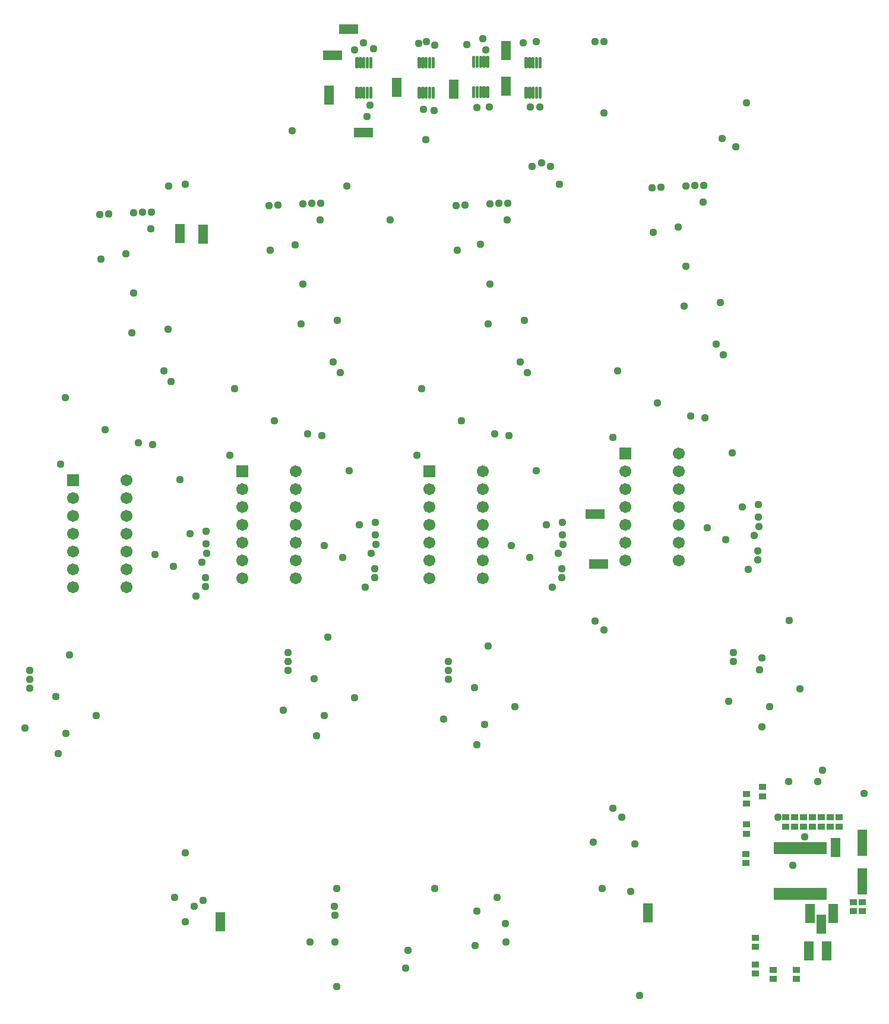
<source format=gbr>
G04 EAGLE Gerber RS-274X export*
G75*
%MOMM*%
%FSLAX34Y34*%
%LPD*%
%INSoldermask Bottom*%
%IPPOS*%
%AMOC8*
5,1,8,0,0,1.08239X$1,22.5*%
G01*
%ADD10R,1.473200X2.743200*%
%ADD11R,1.701800X1.701800*%
%ADD12C,1.701800*%
%ADD13C,0.275422*%
%ADD14R,2.743200X1.473200*%
%ADD15R,1.103200X0.903200*%
%ADD16R,0.503200X1.703200*%
%ADD17R,1.403200X3.703200*%
%ADD18C,1.117600*%


D10*
X151130Y600710D03*
X760730Y613410D03*
D11*
X-58420Y1229360D03*
D12*
X-58420Y1203960D03*
X-58420Y1178560D03*
X-58420Y1153160D03*
X-58420Y1127760D03*
X-58420Y1102360D03*
X-58420Y1076960D03*
X17780Y1076960D03*
X17780Y1102360D03*
X17780Y1127760D03*
X17780Y1153160D03*
X17780Y1178560D03*
X17780Y1203960D03*
X17780Y1229360D03*
D11*
X182880Y1242060D03*
D12*
X182880Y1216660D03*
X182880Y1191260D03*
X182880Y1165860D03*
X182880Y1140460D03*
X182880Y1115060D03*
X182880Y1089660D03*
X259080Y1089660D03*
X259080Y1115060D03*
X259080Y1140460D03*
X259080Y1165860D03*
X259080Y1191260D03*
X259080Y1216660D03*
X259080Y1242060D03*
D11*
X449580Y1242060D03*
D12*
X449580Y1216660D03*
X449580Y1191260D03*
X449580Y1165860D03*
X449580Y1140460D03*
X449580Y1115060D03*
X449580Y1089660D03*
X525780Y1089660D03*
X525780Y1115060D03*
X525780Y1140460D03*
X525780Y1165860D03*
X525780Y1191260D03*
X525780Y1216660D03*
X525780Y1242060D03*
D11*
X728980Y1267460D03*
D12*
X728980Y1242060D03*
X728980Y1216660D03*
X728980Y1191260D03*
X728980Y1165860D03*
X728980Y1140460D03*
X728980Y1115060D03*
X805180Y1115060D03*
X805180Y1140460D03*
X805180Y1165860D03*
X805180Y1191260D03*
X805180Y1216660D03*
X805180Y1242060D03*
X805180Y1267460D03*
D13*
X344561Y1817911D02*
X344561Y1831889D01*
X346639Y1831889D01*
X346639Y1817911D01*
X344561Y1817911D01*
X344561Y1820527D02*
X346639Y1820527D01*
X346639Y1823143D02*
X344561Y1823143D01*
X344561Y1825759D02*
X346639Y1825759D01*
X346639Y1828375D02*
X344561Y1828375D01*
X344561Y1830991D02*
X346639Y1830991D01*
X349561Y1831889D02*
X349561Y1817911D01*
X349561Y1831889D02*
X351639Y1831889D01*
X351639Y1817911D01*
X349561Y1817911D01*
X349561Y1820527D02*
X351639Y1820527D01*
X351639Y1823143D02*
X349561Y1823143D01*
X349561Y1825759D02*
X351639Y1825759D01*
X351639Y1828375D02*
X349561Y1828375D01*
X349561Y1830991D02*
X351639Y1830991D01*
X354561Y1831889D02*
X354561Y1817911D01*
X354561Y1831889D02*
X356639Y1831889D01*
X356639Y1817911D01*
X354561Y1817911D01*
X354561Y1820527D02*
X356639Y1820527D01*
X356639Y1823143D02*
X354561Y1823143D01*
X354561Y1825759D02*
X356639Y1825759D01*
X356639Y1828375D02*
X354561Y1828375D01*
X354561Y1830991D02*
X356639Y1830991D01*
X359561Y1831889D02*
X359561Y1817911D01*
X359561Y1831889D02*
X361639Y1831889D01*
X361639Y1817911D01*
X359561Y1817911D01*
X359561Y1820527D02*
X361639Y1820527D01*
X361639Y1823143D02*
X359561Y1823143D01*
X359561Y1825759D02*
X361639Y1825759D01*
X361639Y1828375D02*
X359561Y1828375D01*
X359561Y1830991D02*
X361639Y1830991D01*
X364561Y1831889D02*
X364561Y1817911D01*
X364561Y1831889D02*
X366639Y1831889D01*
X366639Y1817911D01*
X364561Y1817911D01*
X364561Y1820527D02*
X366639Y1820527D01*
X366639Y1823143D02*
X364561Y1823143D01*
X364561Y1825759D02*
X366639Y1825759D01*
X366639Y1828375D02*
X364561Y1828375D01*
X364561Y1830991D02*
X366639Y1830991D01*
X364561Y1788889D02*
X364561Y1774911D01*
X364561Y1788889D02*
X366639Y1788889D01*
X366639Y1774911D01*
X364561Y1774911D01*
X364561Y1777527D02*
X366639Y1777527D01*
X366639Y1780143D02*
X364561Y1780143D01*
X364561Y1782759D02*
X366639Y1782759D01*
X366639Y1785375D02*
X364561Y1785375D01*
X364561Y1787991D02*
X366639Y1787991D01*
X359561Y1788889D02*
X359561Y1774911D01*
X359561Y1788889D02*
X361639Y1788889D01*
X361639Y1774911D01*
X359561Y1774911D01*
X359561Y1777527D02*
X361639Y1777527D01*
X361639Y1780143D02*
X359561Y1780143D01*
X359561Y1782759D02*
X361639Y1782759D01*
X361639Y1785375D02*
X359561Y1785375D01*
X359561Y1787991D02*
X361639Y1787991D01*
X354561Y1788889D02*
X354561Y1774911D01*
X354561Y1788889D02*
X356639Y1788889D01*
X356639Y1774911D01*
X354561Y1774911D01*
X354561Y1777527D02*
X356639Y1777527D01*
X356639Y1780143D02*
X354561Y1780143D01*
X354561Y1782759D02*
X356639Y1782759D01*
X356639Y1785375D02*
X354561Y1785375D01*
X354561Y1787991D02*
X356639Y1787991D01*
X349561Y1788889D02*
X349561Y1774911D01*
X349561Y1788889D02*
X351639Y1788889D01*
X351639Y1774911D01*
X349561Y1774911D01*
X349561Y1777527D02*
X351639Y1777527D01*
X351639Y1780143D02*
X349561Y1780143D01*
X349561Y1782759D02*
X351639Y1782759D01*
X351639Y1785375D02*
X349561Y1785375D01*
X349561Y1787991D02*
X351639Y1787991D01*
X344561Y1788889D02*
X344561Y1774911D01*
X344561Y1788889D02*
X346639Y1788889D01*
X346639Y1774911D01*
X344561Y1774911D01*
X344561Y1777527D02*
X346639Y1777527D01*
X346639Y1780143D02*
X344561Y1780143D01*
X344561Y1782759D02*
X346639Y1782759D01*
X346639Y1785375D02*
X344561Y1785375D01*
X344561Y1787991D02*
X346639Y1787991D01*
X433461Y1817911D02*
X433461Y1831889D01*
X435539Y1831889D01*
X435539Y1817911D01*
X433461Y1817911D01*
X433461Y1820527D02*
X435539Y1820527D01*
X435539Y1823143D02*
X433461Y1823143D01*
X433461Y1825759D02*
X435539Y1825759D01*
X435539Y1828375D02*
X433461Y1828375D01*
X433461Y1830991D02*
X435539Y1830991D01*
X438461Y1831889D02*
X438461Y1817911D01*
X438461Y1831889D02*
X440539Y1831889D01*
X440539Y1817911D01*
X438461Y1817911D01*
X438461Y1820527D02*
X440539Y1820527D01*
X440539Y1823143D02*
X438461Y1823143D01*
X438461Y1825759D02*
X440539Y1825759D01*
X440539Y1828375D02*
X438461Y1828375D01*
X438461Y1830991D02*
X440539Y1830991D01*
X443461Y1831889D02*
X443461Y1817911D01*
X443461Y1831889D02*
X445539Y1831889D01*
X445539Y1817911D01*
X443461Y1817911D01*
X443461Y1820527D02*
X445539Y1820527D01*
X445539Y1823143D02*
X443461Y1823143D01*
X443461Y1825759D02*
X445539Y1825759D01*
X445539Y1828375D02*
X443461Y1828375D01*
X443461Y1830991D02*
X445539Y1830991D01*
X448461Y1831889D02*
X448461Y1817911D01*
X448461Y1831889D02*
X450539Y1831889D01*
X450539Y1817911D01*
X448461Y1817911D01*
X448461Y1820527D02*
X450539Y1820527D01*
X450539Y1823143D02*
X448461Y1823143D01*
X448461Y1825759D02*
X450539Y1825759D01*
X450539Y1828375D02*
X448461Y1828375D01*
X448461Y1830991D02*
X450539Y1830991D01*
X453461Y1831889D02*
X453461Y1817911D01*
X453461Y1831889D02*
X455539Y1831889D01*
X455539Y1817911D01*
X453461Y1817911D01*
X453461Y1820527D02*
X455539Y1820527D01*
X455539Y1823143D02*
X453461Y1823143D01*
X453461Y1825759D02*
X455539Y1825759D01*
X455539Y1828375D02*
X453461Y1828375D01*
X453461Y1830991D02*
X455539Y1830991D01*
X453461Y1788889D02*
X453461Y1774911D01*
X453461Y1788889D02*
X455539Y1788889D01*
X455539Y1774911D01*
X453461Y1774911D01*
X453461Y1777527D02*
X455539Y1777527D01*
X455539Y1780143D02*
X453461Y1780143D01*
X453461Y1782759D02*
X455539Y1782759D01*
X455539Y1785375D02*
X453461Y1785375D01*
X453461Y1787991D02*
X455539Y1787991D01*
X448461Y1788889D02*
X448461Y1774911D01*
X448461Y1788889D02*
X450539Y1788889D01*
X450539Y1774911D01*
X448461Y1774911D01*
X448461Y1777527D02*
X450539Y1777527D01*
X450539Y1780143D02*
X448461Y1780143D01*
X448461Y1782759D02*
X450539Y1782759D01*
X450539Y1785375D02*
X448461Y1785375D01*
X448461Y1787991D02*
X450539Y1787991D01*
X443461Y1788889D02*
X443461Y1774911D01*
X443461Y1788889D02*
X445539Y1788889D01*
X445539Y1774911D01*
X443461Y1774911D01*
X443461Y1777527D02*
X445539Y1777527D01*
X445539Y1780143D02*
X443461Y1780143D01*
X443461Y1782759D02*
X445539Y1782759D01*
X445539Y1785375D02*
X443461Y1785375D01*
X443461Y1787991D02*
X445539Y1787991D01*
X438461Y1788889D02*
X438461Y1774911D01*
X438461Y1788889D02*
X440539Y1788889D01*
X440539Y1774911D01*
X438461Y1774911D01*
X438461Y1777527D02*
X440539Y1777527D01*
X440539Y1780143D02*
X438461Y1780143D01*
X438461Y1782759D02*
X440539Y1782759D01*
X440539Y1785375D02*
X438461Y1785375D01*
X438461Y1787991D02*
X440539Y1787991D01*
X433461Y1788889D02*
X433461Y1774911D01*
X433461Y1788889D02*
X435539Y1788889D01*
X435539Y1774911D01*
X433461Y1774911D01*
X433461Y1777527D02*
X435539Y1777527D01*
X435539Y1780143D02*
X433461Y1780143D01*
X433461Y1782759D02*
X435539Y1782759D01*
X435539Y1785375D02*
X433461Y1785375D01*
X433461Y1787991D02*
X435539Y1787991D01*
X510931Y1819181D02*
X510931Y1833159D01*
X513009Y1833159D01*
X513009Y1819181D01*
X510931Y1819181D01*
X510931Y1821797D02*
X513009Y1821797D01*
X513009Y1824413D02*
X510931Y1824413D01*
X510931Y1827029D02*
X513009Y1827029D01*
X513009Y1829645D02*
X510931Y1829645D01*
X510931Y1832261D02*
X513009Y1832261D01*
X515931Y1833159D02*
X515931Y1819181D01*
X515931Y1833159D02*
X518009Y1833159D01*
X518009Y1819181D01*
X515931Y1819181D01*
X515931Y1821797D02*
X518009Y1821797D01*
X518009Y1824413D02*
X515931Y1824413D01*
X515931Y1827029D02*
X518009Y1827029D01*
X518009Y1829645D02*
X515931Y1829645D01*
X515931Y1832261D02*
X518009Y1832261D01*
X520931Y1833159D02*
X520931Y1819181D01*
X520931Y1833159D02*
X523009Y1833159D01*
X523009Y1819181D01*
X520931Y1819181D01*
X520931Y1821797D02*
X523009Y1821797D01*
X523009Y1824413D02*
X520931Y1824413D01*
X520931Y1827029D02*
X523009Y1827029D01*
X523009Y1829645D02*
X520931Y1829645D01*
X520931Y1832261D02*
X523009Y1832261D01*
X525931Y1833159D02*
X525931Y1819181D01*
X525931Y1833159D02*
X528009Y1833159D01*
X528009Y1819181D01*
X525931Y1819181D01*
X525931Y1821797D02*
X528009Y1821797D01*
X528009Y1824413D02*
X525931Y1824413D01*
X525931Y1827029D02*
X528009Y1827029D01*
X528009Y1829645D02*
X525931Y1829645D01*
X525931Y1832261D02*
X528009Y1832261D01*
X530931Y1833159D02*
X530931Y1819181D01*
X530931Y1833159D02*
X533009Y1833159D01*
X533009Y1819181D01*
X530931Y1819181D01*
X530931Y1821797D02*
X533009Y1821797D01*
X533009Y1824413D02*
X530931Y1824413D01*
X530931Y1827029D02*
X533009Y1827029D01*
X533009Y1829645D02*
X530931Y1829645D01*
X530931Y1832261D02*
X533009Y1832261D01*
X530931Y1790159D02*
X530931Y1776181D01*
X530931Y1790159D02*
X533009Y1790159D01*
X533009Y1776181D01*
X530931Y1776181D01*
X530931Y1778797D02*
X533009Y1778797D01*
X533009Y1781413D02*
X530931Y1781413D01*
X530931Y1784029D02*
X533009Y1784029D01*
X533009Y1786645D02*
X530931Y1786645D01*
X530931Y1789261D02*
X533009Y1789261D01*
X525931Y1790159D02*
X525931Y1776181D01*
X525931Y1790159D02*
X528009Y1790159D01*
X528009Y1776181D01*
X525931Y1776181D01*
X525931Y1778797D02*
X528009Y1778797D01*
X528009Y1781413D02*
X525931Y1781413D01*
X525931Y1784029D02*
X528009Y1784029D01*
X528009Y1786645D02*
X525931Y1786645D01*
X525931Y1789261D02*
X528009Y1789261D01*
X520931Y1790159D02*
X520931Y1776181D01*
X520931Y1790159D02*
X523009Y1790159D01*
X523009Y1776181D01*
X520931Y1776181D01*
X520931Y1778797D02*
X523009Y1778797D01*
X523009Y1781413D02*
X520931Y1781413D01*
X520931Y1784029D02*
X523009Y1784029D01*
X523009Y1786645D02*
X520931Y1786645D01*
X520931Y1789261D02*
X523009Y1789261D01*
X515931Y1790159D02*
X515931Y1776181D01*
X515931Y1790159D02*
X518009Y1790159D01*
X518009Y1776181D01*
X515931Y1776181D01*
X515931Y1778797D02*
X518009Y1778797D01*
X518009Y1781413D02*
X515931Y1781413D01*
X515931Y1784029D02*
X518009Y1784029D01*
X518009Y1786645D02*
X515931Y1786645D01*
X515931Y1789261D02*
X518009Y1789261D01*
X510931Y1790159D02*
X510931Y1776181D01*
X510931Y1790159D02*
X513009Y1790159D01*
X513009Y1776181D01*
X510931Y1776181D01*
X510931Y1778797D02*
X513009Y1778797D01*
X513009Y1781413D02*
X510931Y1781413D01*
X510931Y1784029D02*
X513009Y1784029D01*
X513009Y1786645D02*
X510931Y1786645D01*
X510931Y1789261D02*
X513009Y1789261D01*
D14*
X334010Y1871980D03*
X355600Y1724660D03*
D10*
X306070Y1778000D03*
X483870Y1786890D03*
X402590Y1789430D03*
X93980Y1581150D03*
X127000Y1579880D03*
D14*
X690880Y1109980D03*
X685800Y1181100D03*
X311150Y1835150D03*
D10*
X558800Y1841500D03*
D13*
X585861Y1831889D02*
X585861Y1817911D01*
X585861Y1831889D02*
X587939Y1831889D01*
X587939Y1817911D01*
X585861Y1817911D01*
X585861Y1820527D02*
X587939Y1820527D01*
X587939Y1823143D02*
X585861Y1823143D01*
X585861Y1825759D02*
X587939Y1825759D01*
X587939Y1828375D02*
X585861Y1828375D01*
X585861Y1830991D02*
X587939Y1830991D01*
X590861Y1831889D02*
X590861Y1817911D01*
X590861Y1831889D02*
X592939Y1831889D01*
X592939Y1817911D01*
X590861Y1817911D01*
X590861Y1820527D02*
X592939Y1820527D01*
X592939Y1823143D02*
X590861Y1823143D01*
X590861Y1825759D02*
X592939Y1825759D01*
X592939Y1828375D02*
X590861Y1828375D01*
X590861Y1830991D02*
X592939Y1830991D01*
X595861Y1831889D02*
X595861Y1817911D01*
X595861Y1831889D02*
X597939Y1831889D01*
X597939Y1817911D01*
X595861Y1817911D01*
X595861Y1820527D02*
X597939Y1820527D01*
X597939Y1823143D02*
X595861Y1823143D01*
X595861Y1825759D02*
X597939Y1825759D01*
X597939Y1828375D02*
X595861Y1828375D01*
X595861Y1830991D02*
X597939Y1830991D01*
X600861Y1831889D02*
X600861Y1817911D01*
X600861Y1831889D02*
X602939Y1831889D01*
X602939Y1817911D01*
X600861Y1817911D01*
X600861Y1820527D02*
X602939Y1820527D01*
X602939Y1823143D02*
X600861Y1823143D01*
X600861Y1825759D02*
X602939Y1825759D01*
X602939Y1828375D02*
X600861Y1828375D01*
X600861Y1830991D02*
X602939Y1830991D01*
X605861Y1831889D02*
X605861Y1817911D01*
X605861Y1831889D02*
X607939Y1831889D01*
X607939Y1817911D01*
X605861Y1817911D01*
X605861Y1820527D02*
X607939Y1820527D01*
X607939Y1823143D02*
X605861Y1823143D01*
X605861Y1825759D02*
X607939Y1825759D01*
X607939Y1828375D02*
X605861Y1828375D01*
X605861Y1830991D02*
X607939Y1830991D01*
X605861Y1788889D02*
X605861Y1774911D01*
X605861Y1788889D02*
X607939Y1788889D01*
X607939Y1774911D01*
X605861Y1774911D01*
X605861Y1777527D02*
X607939Y1777527D01*
X607939Y1780143D02*
X605861Y1780143D01*
X605861Y1782759D02*
X607939Y1782759D01*
X607939Y1785375D02*
X605861Y1785375D01*
X605861Y1787991D02*
X607939Y1787991D01*
X600861Y1788889D02*
X600861Y1774911D01*
X600861Y1788889D02*
X602939Y1788889D01*
X602939Y1774911D01*
X600861Y1774911D01*
X600861Y1777527D02*
X602939Y1777527D01*
X602939Y1780143D02*
X600861Y1780143D01*
X600861Y1782759D02*
X602939Y1782759D01*
X602939Y1785375D02*
X600861Y1785375D01*
X600861Y1787991D02*
X602939Y1787991D01*
X595861Y1788889D02*
X595861Y1774911D01*
X595861Y1788889D02*
X597939Y1788889D01*
X597939Y1774911D01*
X595861Y1774911D01*
X595861Y1777527D02*
X597939Y1777527D01*
X597939Y1780143D02*
X595861Y1780143D01*
X595861Y1782759D02*
X597939Y1782759D01*
X597939Y1785375D02*
X595861Y1785375D01*
X595861Y1787991D02*
X597939Y1787991D01*
X590861Y1788889D02*
X590861Y1774911D01*
X590861Y1788889D02*
X592939Y1788889D01*
X592939Y1774911D01*
X590861Y1774911D01*
X590861Y1777527D02*
X592939Y1777527D01*
X592939Y1780143D02*
X590861Y1780143D01*
X590861Y1782759D02*
X592939Y1782759D01*
X592939Y1785375D02*
X590861Y1785375D01*
X590861Y1787991D02*
X592939Y1787991D01*
X585861Y1788889D02*
X585861Y1774911D01*
X585861Y1788889D02*
X587939Y1788889D01*
X587939Y1774911D01*
X585861Y1774911D01*
X585861Y1777527D02*
X587939Y1777527D01*
X587939Y1780143D02*
X585861Y1780143D01*
X585861Y1782759D02*
X587939Y1782759D01*
X587939Y1785375D02*
X585861Y1785375D01*
X585861Y1787991D02*
X587939Y1787991D01*
D10*
X558800Y1790700D03*
D15*
X1021080Y736450D03*
X1021080Y749450D03*
X1033780Y736450D03*
X1033780Y749450D03*
X970280Y736450D03*
X970280Y749450D03*
X982980Y736450D03*
X982980Y749450D03*
X957580Y736450D03*
X957580Y749450D03*
X995680Y736450D03*
X995680Y749450D03*
X1008380Y736450D03*
X1008380Y749450D03*
D16*
X942900Y705800D03*
X947900Y705800D03*
X952900Y705800D03*
X957900Y705800D03*
X962900Y705800D03*
X967900Y705800D03*
X972900Y705800D03*
X977900Y705800D03*
X982900Y705800D03*
X987900Y705800D03*
X992900Y705800D03*
X997900Y705800D03*
X1002900Y705800D03*
X1007900Y705800D03*
X1012900Y705800D03*
X1012900Y640400D03*
X1007900Y640400D03*
X1002900Y640400D03*
X997900Y640400D03*
X992900Y640400D03*
X987900Y640400D03*
X982900Y640400D03*
X977900Y640400D03*
X972900Y640400D03*
X967900Y640400D03*
X962900Y640400D03*
X957900Y640400D03*
X952900Y640400D03*
X947900Y640400D03*
X942900Y640400D03*
D10*
X1028700Y706120D03*
X1024890Y612140D03*
X1008380Y596900D03*
X991870Y612140D03*
D17*
X1066800Y713300D03*
X1066800Y658300D03*
D15*
X1054100Y628800D03*
X1054100Y615800D03*
X1066800Y628800D03*
X1066800Y615800D03*
X901700Y739290D03*
X901700Y726290D03*
X924560Y792630D03*
X924560Y779630D03*
X914400Y539900D03*
X914400Y526900D03*
X972820Y519280D03*
X972820Y532280D03*
X901700Y782470D03*
X901700Y769470D03*
X914400Y565000D03*
X914400Y578000D03*
X939800Y519280D03*
X939800Y532280D03*
X900430Y697380D03*
X900430Y684380D03*
D10*
X1016000Y558800D03*
X990600Y558800D03*
D18*
X285325Y946530D03*
X-82975Y921130D03*
X513925Y933830D03*
X920325Y959230D03*
X101600Y698500D03*
X683260Y713740D03*
X27925Y1610375D03*
X27940Y1496060D03*
X-69850Y1347470D03*
X81280Y1370330D03*
X93980Y1230630D03*
X107950Y1153160D03*
X84836Y1106744D03*
X269225Y1623075D03*
X269240Y1508760D03*
X171450Y1360170D03*
X322580Y1383030D03*
X335280Y1243330D03*
X349250Y1165860D03*
X326136Y1119444D03*
X535925Y1623075D03*
X535940Y1508760D03*
X438150Y1360170D03*
X589280Y1383030D03*
X601980Y1243330D03*
X615950Y1165860D03*
X592836Y1119444D03*
X815325Y1648475D03*
X815340Y1534160D03*
X717550Y1385570D03*
X868680Y1408430D03*
X881380Y1268730D03*
X895350Y1191260D03*
X872236Y1144844D03*
X457200Y647700D03*
X1009650Y816610D03*
X254000Y1727200D03*
X355600Y1852930D03*
X445008Y1854200D03*
X525526Y1859026D03*
X967740Y680720D03*
X946150Y749300D03*
X742666Y711200D03*
X288290Y865712D03*
X-80010Y840312D03*
X516890Y853012D03*
X923290Y878412D03*
X85987Y635000D03*
X695587Y647700D03*
X-12700Y1301750D03*
X25530Y1439480D03*
X54610Y1280160D03*
X17074Y1551940D03*
X228600Y1314450D03*
X266830Y1452180D03*
X295910Y1292860D03*
X258374Y1564640D03*
X495300Y1314450D03*
X533530Y1452180D03*
X562610Y1292860D03*
X522534Y1565910D03*
X774700Y1339850D03*
X812930Y1477580D03*
X842010Y1318260D03*
X804474Y1590040D03*
X415290Y534670D03*
X1069340Y783590D03*
X514350Y566420D03*
X516890Y615950D03*
X314960Y571500D03*
X314960Y609600D03*
X419100Y560070D03*
X304800Y1005840D03*
X299720Y894080D03*
X342900Y919480D03*
X241300Y901700D03*
X-63500Y980440D03*
X-68580Y868680D03*
X-25400Y894080D03*
X-127000Y876300D03*
X533400Y993140D03*
X528320Y881380D03*
X571500Y906780D03*
X469900Y889000D03*
X962660Y1029970D03*
X934720Y906780D03*
X977900Y932180D03*
X876300Y914400D03*
X58420Y1123870D03*
X-76200Y1252220D03*
X52070Y1587500D03*
X76995Y1445035D03*
X70639Y1385089D03*
X34313Y1282677D03*
X125338Y1112912D03*
X116840Y1064260D03*
X130810Y1156970D03*
X-19050Y1544320D03*
X299720Y1136570D03*
X165100Y1264920D03*
X293370Y1600200D03*
X318295Y1457735D03*
X311939Y1397789D03*
X275613Y1295377D03*
X366638Y1125612D03*
X358140Y1076960D03*
X372110Y1169670D03*
X222250Y1557020D03*
X566420Y1136570D03*
X431800Y1264920D03*
X560070Y1600200D03*
X584995Y1457735D03*
X578639Y1397789D03*
X542313Y1295377D03*
X633338Y1125612D03*
X624840Y1076960D03*
X638810Y1169670D03*
X488950Y1557020D03*
X845820Y1161970D03*
X711200Y1290320D03*
X839470Y1625600D03*
X864395Y1483135D03*
X858039Y1423189D03*
X821713Y1320777D03*
X912738Y1151012D03*
X904240Y1102360D03*
X918210Y1195070D03*
X768350Y1582420D03*
X961390Y800100D03*
X317500Y647700D03*
X247650Y984250D03*
X582930Y1852930D03*
X685800Y1028700D03*
X622300Y1676400D03*
X247650Y971550D03*
X-120650Y946150D03*
X476250Y958850D03*
X882650Y984250D03*
X53340Y1611630D03*
X-7620Y1609090D03*
X294640Y1624330D03*
X233680Y1621790D03*
X561340Y1624330D03*
X500380Y1621790D03*
X840740Y1649730D03*
X779780Y1647190D03*
X101600Y600710D03*
X711200Y762000D03*
X247650Y958850D03*
X-120650Y933450D03*
X476250Y946150D03*
X882650Y971550D03*
X40640Y1611630D03*
X-20320Y1607820D03*
X281940Y1624330D03*
X220980Y1620520D03*
X548640Y1624330D03*
X487680Y1620520D03*
X828040Y1649730D03*
X767080Y1645920D03*
X114300Y622300D03*
X723900Y749300D03*
X279400Y571500D03*
X558800Y571500D03*
X-120650Y958850D03*
X593222Y1761490D03*
X749300Y495300D03*
X317500Y508000D03*
X557530Y598170D03*
X476250Y971550D03*
X601980Y1854200D03*
X698500Y1016000D03*
X635000Y1651000D03*
X546100Y635000D03*
X607060Y1761490D03*
X923830Y976630D03*
X313916Y622300D03*
X126680Y631190D03*
X736280Y643890D03*
X342900Y1842770D03*
X101600Y1651000D03*
X77945Y1648935D03*
X502920Y1850390D03*
X434340Y1851660D03*
X360680Y1747520D03*
X331945Y1648935D03*
X516890Y1760220D03*
X440690Y1757680D03*
X369570Y1844040D03*
X393700Y1600200D03*
X596105Y1676875D03*
X530098Y1842770D03*
X685800Y1854200D03*
X457200Y1849120D03*
X609600Y1681480D03*
X698500Y1854200D03*
X364490Y1764030D03*
X444500Y1714500D03*
X866615Y1716245D03*
X534670Y1761490D03*
X698500Y1752600D03*
X886460Y1704340D03*
X455930Y1756410D03*
X901700Y1767050D03*
X1003300Y800100D03*
X984250Y721360D03*
X919480Y1163320D03*
X917302Y1116492D03*
X132080Y1125220D03*
X129902Y1078392D03*
X373380Y1137920D03*
X371202Y1091092D03*
X640080Y1137920D03*
X637902Y1091092D03*
X918210Y1177290D03*
X917302Y1129030D03*
X130810Y1139190D03*
X129902Y1090930D03*
X372110Y1151890D03*
X371202Y1103630D03*
X638810Y1151890D03*
X637902Y1103630D03*
M02*

</source>
